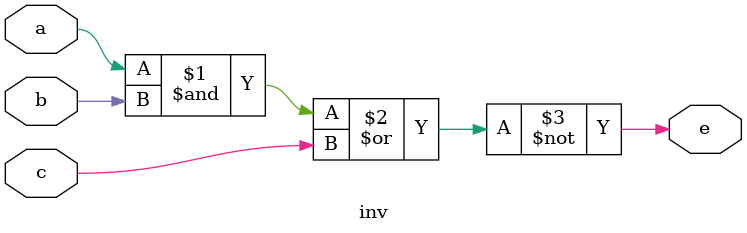
<source format=v>
`timescale 1ns / 1ps


module inv(
    input a, b, c,
    output e
    );
    assign e = ~((a&b)|c);
    
endmodule

</source>
